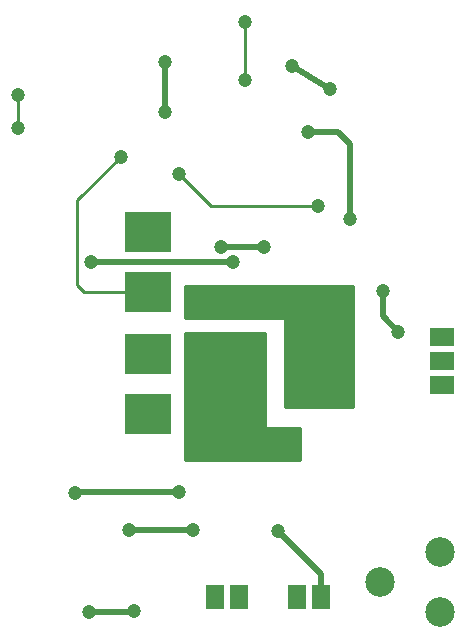
<source format=gbr>
G04 #@! TF.FileFunction,Copper,L2,Bot,Signal*
%FSLAX46Y46*%
G04 Gerber Fmt 4.6, Leading zero omitted, Abs format (unit mm)*
G04 Created by KiCad (PCBNEW 4.0.7) date Monday, January 25, 2021 'AMt' 11:59:33 AM*
%MOMM*%
%LPD*%
G01*
G04 APERTURE LIST*
%ADD10C,0.100000*%
%ADD11R,2.000000X1.500000*%
%ADD12R,1.500000X2.000000*%
%ADD13R,4.000000X3.500000*%
%ADD14C,2.500000*%
%ADD15C,1.200000*%
%ADD16C,0.250000*%
%ADD17C,0.500000*%
%ADD18C,0.254000*%
G04 APERTURE END LIST*
D10*
D11*
X111900000Y-108500000D03*
X111900000Y-106500000D03*
X111900000Y-104500000D03*
D12*
X92700000Y-126500000D03*
X94700000Y-126500000D03*
X99600000Y-126500000D03*
X101600000Y-126500000D03*
D13*
X87000000Y-100640000D03*
X87000000Y-95560000D03*
X87000000Y-110940000D03*
X87000000Y-105860000D03*
D14*
X111700000Y-122660000D03*
X111700000Y-127740000D03*
X106620000Y-125200000D03*
D15*
X84700000Y-89200000D03*
X80800000Y-117700000D03*
X89600000Y-117600000D03*
X104100000Y-94500000D03*
X100500000Y-87100000D03*
X95200000Y-82700000D03*
X95200000Y-77800000D03*
X108200000Y-104000000D03*
X106900000Y-100600000D03*
X85800000Y-127700000D03*
X82000000Y-127750000D03*
X88400000Y-81200000D03*
X88400000Y-85400000D03*
X93200000Y-96800000D03*
X96800000Y-96800000D03*
X90800000Y-120800000D03*
X85400000Y-120800000D03*
X76000000Y-84000000D03*
X76000000Y-86800000D03*
X94200000Y-98100000D03*
X82200000Y-98100000D03*
X102400000Y-83500000D03*
X99200000Y-81500000D03*
X101400000Y-93400000D03*
X89600000Y-90700000D03*
X98000000Y-120900000D03*
X95000000Y-106000000D03*
X93000000Y-107000000D03*
X95100000Y-100800000D03*
X95100000Y-102100000D03*
D16*
X81540000Y-100640000D02*
X81000000Y-100100000D01*
X81000000Y-100100000D02*
X81000000Y-92900000D01*
X81000000Y-92900000D02*
X84700000Y-89200000D01*
X87000000Y-100640000D02*
X81540000Y-100640000D01*
D17*
X80900000Y-117600000D02*
X89600000Y-117600000D01*
X80800000Y-117700000D02*
X80900000Y-117600000D01*
X89600000Y-117600000D02*
X89550000Y-117550000D01*
X103100000Y-87100000D02*
X100500000Y-87100000D01*
X104100000Y-88100000D02*
X103100000Y-87100000D01*
X104100000Y-88100000D02*
X104100000Y-94500000D01*
D16*
X95200000Y-77800000D02*
X95200000Y-82700000D01*
D17*
X108200000Y-104000000D02*
X106900000Y-102700000D01*
X106900000Y-102700000D02*
X106900000Y-100600000D01*
X82000000Y-127750000D02*
X85750000Y-127750000D01*
X85750000Y-127750000D02*
X85800000Y-127700000D01*
X88400000Y-85400000D02*
X88400000Y-81200000D01*
X96800000Y-96800000D02*
X93200000Y-96800000D01*
X85400000Y-120800000D02*
X90800000Y-120800000D01*
D16*
X76000000Y-84000000D02*
X76000000Y-86800000D01*
D17*
X93600000Y-98100000D02*
X94200000Y-98100000D01*
X93600000Y-98100000D02*
X82200000Y-98100000D01*
X99200000Y-81500000D02*
X102400000Y-83500000D01*
D16*
X92300000Y-93400000D02*
X101400000Y-93400000D01*
X89600000Y-90700000D02*
X92300000Y-93400000D01*
D17*
X101600000Y-126500000D02*
X101600000Y-124500000D01*
X101600000Y-124500000D02*
X98000000Y-120900000D01*
D18*
G36*
X104373000Y-110373000D02*
X98627000Y-110373000D01*
X98627000Y-103000000D01*
X98616994Y-102950590D01*
X98588553Y-102908965D01*
X98546159Y-102881685D01*
X98500000Y-102873000D01*
X90127000Y-102873000D01*
X90127000Y-100127000D01*
X104373000Y-100127000D01*
X104373000Y-110373000D01*
X104373000Y-110373000D01*
G37*
X104373000Y-110373000D02*
X98627000Y-110373000D01*
X98627000Y-103000000D01*
X98616994Y-102950590D01*
X98588553Y-102908965D01*
X98546159Y-102881685D01*
X98500000Y-102873000D01*
X90127000Y-102873000D01*
X90127000Y-100127000D01*
X104373000Y-100127000D01*
X104373000Y-110373000D01*
G36*
X96873000Y-112000000D02*
X96883006Y-112049410D01*
X96911447Y-112091035D01*
X96953841Y-112118315D01*
X97000000Y-112127000D01*
X99873000Y-112127000D01*
X99873000Y-114873000D01*
X90127000Y-114873000D01*
X90127000Y-104127000D01*
X96873000Y-104127000D01*
X96873000Y-112000000D01*
X96873000Y-112000000D01*
G37*
X96873000Y-112000000D02*
X96883006Y-112049410D01*
X96911447Y-112091035D01*
X96953841Y-112118315D01*
X97000000Y-112127000D01*
X99873000Y-112127000D01*
X99873000Y-114873000D01*
X90127000Y-114873000D01*
X90127000Y-104127000D01*
X96873000Y-104127000D01*
X96873000Y-112000000D01*
M02*

</source>
